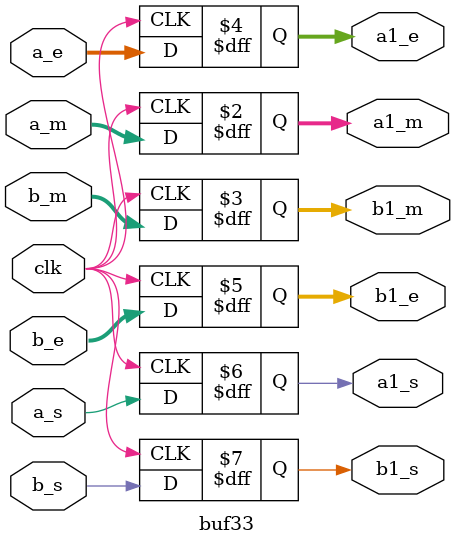
<source format=v>
`timescale 1ns / 1ps
module buf33(
    input [23:0] a_m,
    input [23:0] b_m,
    input [7:0] a_e,
    input [7:0] b_e,
    input a_s,
    input b_s,
    input clk,
    output reg [23:0] a1_m,
    output reg [23:0] b1_m,
    output reg [7:0] a1_e,
    output reg [7:0] b1_e,
    output reg a1_s,
    output reg b1_s
    );

always @(posedge clk) begin
a1_m<=a_m;
b1_m<=b_m;
a1_e<=a_e;
b1_e<=b_e;
a1_s<=a_s;
b1_s<=b_s;
end

endmodule

</source>
